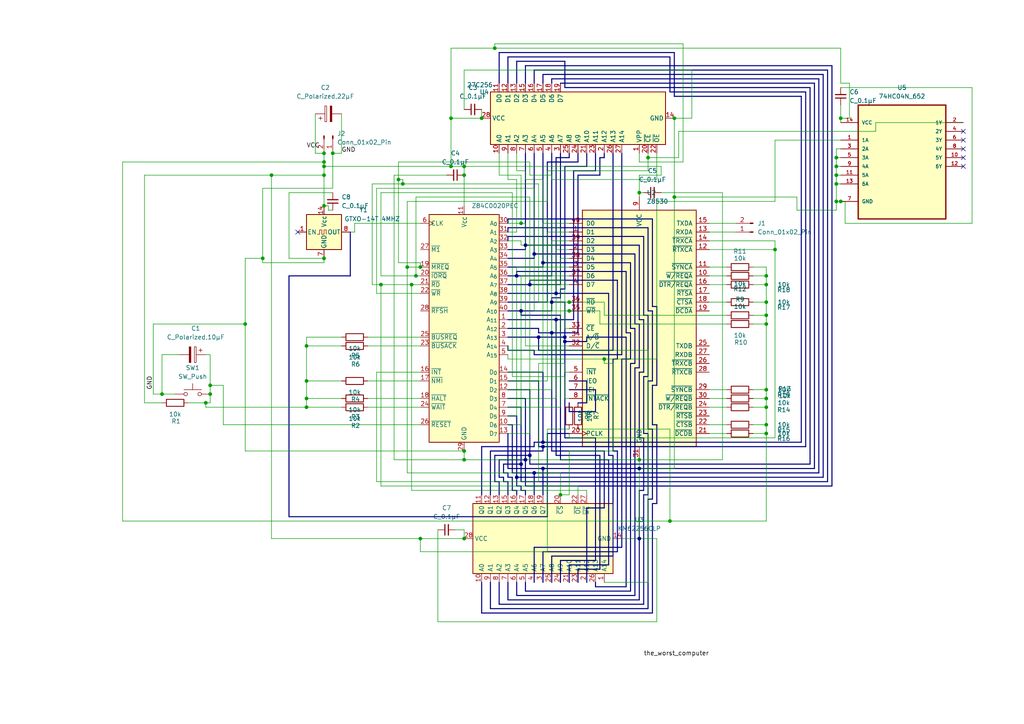
<source format=kicad_sch>
(kicad_sch (version 20250114) (generator "eeschema") (generator_version "9.0")
  (paper "A4")
  (lib_symbols
    (symbol "74HC04N_652:74HC04N_652" (pin_names (offset 1.016))
      (property "Reference" "U" (at -5.3687 15.2155 0))
      (property "Value" "74HC04N_652" (at -4.4452 -24.7662 0))
      (symbol "74HC04N_652_0_0"
        (pin power_in line (at -17.78 7.62 0) (length 5.08) (name "VCC") (number "14"))
        (pin input line (at -17.78 2.54 0) (length 5.08) (name "1A") (number "1"))
        (pin input line (at -17.78 0 0) (length 5.08) (name "2A") (number "3"))
        (pin input line (at -17.78 -2.54 0) (length 5.08) (name "3A") (number "5"))
        (pin input line (at -17.78 -5.08 0) (length 5.08) (name "4A") (number "9"))
        (pin input line (at -17.78 -7.62 0) (length 5.08) (name "5A") (number "11"))
        (pin input line (at -17.78 -10.16 0) (length 5.08) (name "6A") (number "13"))
        (pin passive line (at -17.78 -15.24 0) (length 5.08) (name "GND") (number "7"))
        (pin output line (at 17.78 7.62 180) (length 5.08) (name "1Y") (number "2"))
        (pin output line (at 17.78 5.08 180) (length 5.08) (name "2Y") (number "4"))
        (pin output line (at 17.78 2.54 180) (length 5.08) (name "3Y") (number "6"))
        (pin output line (at 17.78 0 180) (length 5.08) (name "4Y") (number "8"))
        (pin output line (at 17.78 -2.54 180) (length 5.08) (name "5Y") (number "10"))
        (pin output line (at 17.78 -5.08 180) (length 5.08) (name "6Y") (number "12"))
      )
    )
    (symbol "CPU:Z84C00xxP"
      (property "Reference" "U" (at -9.652 34.798 0))
      (property "Value" "Z84C00xxP" (at 3.81 34.798 0))
      (symbol "Z84C00xxP_1_1"
        (pin input clock (at -12.7 30.48 0) (length 2.54) (name "CLK") (number "6"))
        (pin output line (at -12.7 22.86 0) (length 2.54) (name "~{M1}") (number "27"))
        (pin tri_state line (at -12.7 17.78 0) (length 2.54) (name "~{MREQ}") (number "19"))
        (pin tri_state line (at -12.7 15.24 0) (length 2.54) (name "~{IORQ}") (number "20"))
        (pin tri_state line (at -12.7 12.7 0) (length 2.54) (name "~{RD}") (number "21"))
        (pin tri_state line (at -12.7 10.16 0) (length 2.54) (name "~{WR}") (number "22"))
        (pin output line (at -12.7 5.08 0) (length 2.54) (name "~{RFSH}") (number "28"))
        (pin input line (at -12.7 -2.54 0) (length 2.54) (name "~{BUSREQ}") (number "25"))
        (pin output line (at -12.7 -5.08 0) (length 2.54) (name "~{BUSACK}") (number "23"))
        (pin input line (at -12.7 -12.7 0) (length 2.54) (name "~{INT}") (number "16"))
        (pin input line (at -12.7 -15.24 0) (length 2.54) (name "~{NMI}") (number "17"))
        (pin output line (at -12.7 -20.32 0) (length 2.54) (name "~{HALT}") (number "18"))
        (pin input line (at -12.7 -22.86 0) (length 2.54) (name "~{WAIT}") (number "24"))
        (pin input line (at -12.7 -27.94 0) (length 2.54) (name "~{RESET}") (number "26"))
        (pin power_in line (at 0 35.56 270) (length 2.54) (name "V_{CC}") (number "11"))
        (pin power_in line (at 0 -35.56 90) (length 2.54) (name "GND") (number "29"))
        (pin tri_state line (at 12.7 30.48 180) (length 2.54) (name "A_{0}") (number "30"))
        (pin tri_state line (at 12.7 27.94 180) (length 2.54) (name "A_{1}") (number "31"))
        (pin tri_state line (at 12.7 25.4 180) (length 2.54) (name "A_{2}") (number "32"))
        (pin tri_state line (at 12.7 22.86 180) (length 2.54) (name "A_{3}") (number "33"))
        (pin tri_state line (at 12.7 20.32 180) (length 2.54) (name "A_{4}") (number "34"))
        (pin tri_state line (at 12.7 17.78 180) (length 2.54) (name "A_{5}") (number "35"))
        (pin tri_state line (at 12.7 15.24 180) (length 2.54) (name "A_{6}") (number "36"))
        (pin tri_state line (at 12.7 12.7 180) (length 2.54) (name "A_{7}") (number "37"))
        (pin tri_state line (at 12.7 10.16 180) (length 2.54) (name "A_{8}") (number "38"))
        (pin tri_state line (at 12.7 7.62 180) (length 2.54) (name "A_{9}") (number "39"))
        (pin tri_state line (at 12.7 5.08 180) (length 2.54) (name "A_{10}") (number "40"))
        (pin tri_state line (at 12.7 2.54 180) (length 2.54) (name "A_{11}") (number "1"))
        (pin tri_state line (at 12.7 0 180) (length 2.54) (name "A_{12}") (number "2"))
        (pin tri_state line (at 12.7 -2.54 180) (length 2.54) (name "A_{13}") (number "3"))
        (pin tri_state line (at 12.7 -5.08 180) (length 2.54) (name "A_{14}") (number "4"))
        (pin tri_state line (at 12.7 -7.62 180) (length 2.54) (name "A_{15}") (number "5"))
        (pin bidirectional line (at 12.7 -12.7 180) (length 2.54) (name "D_{0}") (number "14"))
        (pin bidirectional line (at 12.7 -15.24 180) (length 2.54) (name "D_{1}") (number "15"))
        (pin bidirectional line (at 12.7 -17.78 180) (length 2.54) (name "D_{2}") (number "12"))
        (pin bidirectional line (at 12.7 -20.32 180) (length 2.54) (name "D_{3}") (number "8"))
        (pin bidirectional line (at 12.7 -22.86 180) (length 2.54) (name "D_{4}") (number "7"))
        (pin bidirectional line (at 12.7 -25.4 180) (length 2.54) (name "D_{5}") (number "9"))
        (pin bidirectional line (at 12.7 -27.94 180) (length 2.54) (name "D_{6}") (number "10"))
        (pin bidirectional line (at 12.7 -30.48 180) (length 2.54) (name "D_{7}") (number "13"))
      )
    )
    (symbol "Connector:Conn_01x02_Pin" (pin_names (offset 1.016) (hide yes))
      (property "Reference" "J" (at 0 2.54 0))
      (property "Value" "Conn_01x02_Pin" (at 0 -5.08 0))
      (symbol "Conn_01x02_Pin_1_1"
        (pin passive line (at 5.08 0 180) (length 3.81) (name "Pin_1") (number "1"))
        (pin passive line (at 5.08 -2.54 180) (length 3.81) (name "Pin_2") (number "2"))
      )
    )
    (symbol "Device:C_Polarized" (pin_numbers (hide yes)) (pin_names (offset 0.254))
      (property "Reference" "C" (at 0.635 2.54 0))
      (property "Value" "C_Polarized" (at 0.635 -2.54 0))
      (symbol "C_Polarized_1_1"
        (pin passive line (at 0 3.81 270) (length 2.794) (name "~") (number "1"))
        (pin passive line (at 0 -3.81 90) (length 2.794) (name "~") (number "2"))
      )
    )
    (symbol "Device:C_Small" (pin_numbers (hide yes)) (pin_names (offset 0.254) (hide yes))
      (property "Reference" "C" (at 0.254 1.778 0))
      (property "Value" "C_Small" (at 0.254 -2.032 0))
      (symbol "C_Small_1_1"
        (pin passive line (at 0 2.54 270) (length 2.032) (name "~") (number "1"))
        (pin passive line (at 0 -2.54 90) (length 2.032) (name "~") (number "2"))
      )
    )
    (symbol "Device:R" (pin_numbers (hide yes)) (pin_names (offset 0))
      (property "Reference" "R" (at 2.032 0 90))
      (property "Value" "R" (at 0 0 90))
      (symbol "R_1_1"
        (pin passive line (at 0 3.81 270) (length 1.27) (name "~") (number "1"))
        (pin passive line (at 0 -3.81 90) (length 1.27) (name "~") (number "2"))
      )
    )
    (symbol "Interface_UART:Z8530" (pin_names (offset 1.016))
      (property "Reference" "U" (at -16.51 35.56 0))
      (property "Value" "Z8530" (at 10.16 35.56 0))
      (symbol "Z8530_1_1"
        (pin input line (at -20.32 30.48 0) (length 3.81) (name "D0") (number "40"))
        (pin input line (at -20.32 27.94 0) (length 3.81) (name "D1") (number "1"))
        (pin input line (at -20.32 25.4 0) (length 3.81) (name "D2") (number "39"))
        (pin input line (at -20.32 22.86 0) (length 3.81) (name "D3") (number "2"))
        (pin input line (at -20.32 20.32 0) (length 3.81) (name "D4") (number "38"))
        (pin input line (at -20.32 17.78 0) (length 3.81) (name "D5") (number "3"))
        (pin input line (at -20.32 15.24 0) (length 3.81) (name "D6") (number "37"))
        (pin input line (at -20.32 12.7 0) (length 3.81) (name "D7") (number "4"))
        (pin input line (at -20.32 7.62 0) (length 3.81) (name "~{RD}") (number "36"))
        (pin input line (at -20.32 5.08 0) (length 3.81) (name "~{WR}") (number "35"))
        (pin input line (at -20.32 0 0) (length 3.81) (name "~{CE}") (number "33"))
        (pin input line (at -20.32 -2.54 0) (length 3.81) (name "A/~{B}") (number "34"))
        (pin input line (at -20.32 -5.08 0) (length 3.81) (name "D/~{C}") (number "32"))
        (pin open_collector line (at -20.32 -12.7 0) (length 3.81) (name "~{INT}") (number "5"))
        (pin output line (at -20.32 -15.24 0) (length 3.81) (name "IEO") (number "6"))
        (pin input line (at -20.32 -17.78 0) (length 3.81) (name "IEI") (number "7"))
        (pin input line (at -20.32 -20.32 0) (length 3.81) (name "~{INTACK}") (number "8"))
        (pin input clock (at -20.32 -30.48 0) (length 3.81) (name "PCLK") (number "20"))
        (pin power_in line (at 0 38.1 270) (length 3.81) (name "VCC") (number "9"))
        (pin power_in line (at 0 -38.1 90) (length 3.81) (name "GND") (number "31"))
        (pin output line (at 20.32 30.48 180) (length 3.81) (name "TXDA") (number "15"))
        (pin input line (at 20.32 27.94 180) (length 3.81) (name "RXDA") (number "13"))
        (pin bidirectional line (at 20.32 25.4 180) (length 3.81) (name "~{TRXCA}") (number "14"))
        (pin input line (at 20.32 22.86 180) (length 3.81) (name "~{RTXCA}") (number "12"))
        (pin bidirectional line (at 20.32 17.78 180) (length 3.81) (name "~{SYNCA}") (number "11"))
        (pin output line (at 20.32 15.24 180) (length 3.81) (name "~{W/REQA}") (number "10"))
        (pin output line (at 20.32 12.7 180) (length 3.81) (name "~{DTR/REQA}") (number "16"))
        (pin output line (at 20.32 10.16 180) (length 3.81) (name "~{RTSA}") (number "17"))
        (pin input line (at 20.32 7.62 180) (length 3.81) (name "~{CTSA}") (number "18"))
        (pin input line (at 20.32 5.08 180) (length 3.81) (name "~{DCDA}") (number "19"))
        (pin output line (at 20.32 -5.08 180) (length 3.81) (name "TXDB") (number "25"))
        (pin input line (at 20.32 -7.62 180) (length 3.81) (name "RXDB") (number "27"))
        (pin bidirectional line (at 20.32 -10.16 180) (length 3.81) (name "~{TRXCB}") (number "26"))
        (pin input line (at 20.32 -12.7 180) (length 3.81) (name "~{RTXCB}") (number "28"))
        (pin bidirectional line (at 20.32 -17.78 180) (length 3.81) (name "~{SYNCB}") (number "29"))
        (pin output line (at 20.32 -20.32 180) (length 3.81) (name "~{W/REQB}") (number "30"))
        (pin output line (at 20.32 -22.86 180) (length 3.81) (name "~{DTR/REQB}") (number "24"))
        (pin output line (at 20.32 -25.4 180) (length 3.81) (name "~{RTSB}") (number "23"))
        (pin input line (at 20.32 -27.94 180) (length 3.81) (name "~{CTSB}") (number "22"))
        (pin input line (at 20.32 -30.48 180) (length 3.81) (name "~{DCDB}") (number "21"))
      )
    )
    (symbol "Memory_EPROM:27C256"
      (property "Reference" "U" (at -7.62 26.67 0))
      (property "Value" "27C256" (at 2.54 -26.67 0))
      (symbol "27C256_1_1"
        (pin input line (at -10.16 22.86 0) (length 2.54) (name "A0") (number "10"))
        (pin input line (at -10.16 20.32 0) (length 2.54) (name "A1") (number "9"))
        (pin input line (at -10.16 17.78 0) (length 2.54) (name "A2") (number "8"))
        (pin input line (at -10.16 15.24 0) (length 2.54) (name "A3") (number "7"))
        (pin input line (at -10.16 12.7 0) (length 2.54) (name "A4") (number "6"))
        (pin input line (at -10.16 10.16 0) (length 2.54) (name "A5") (number "5"))
        (pin input line (at -10.16 7.62 0) (length 2.54) (name "A6") (number "4"))
        (pin input line (at -10.16 5.08 0) (length 2.54) (name "A7") (number "3"))
        (pin input line (at -10.16 2.54 0) (length 2.54) (name "A8") (number "25"))
        (pin input line (at -10.16 0 0) (length 2.54) (name "A9") (number "24"))
        (pin input line (at -10.16 -2.54 0) (length 2.54) (name "A10") (number "21"))
        (pin input line (at -10.16 -5.08 0) (length 2.54) (name "A11") (number "23"))
        (pin input line (at -10.16 -7.62 0) (length 2.54) (name "A12") (number "2"))
        (pin input line (at -10.16 -10.16 0) (length 2.54) (name "A13") (number "26"))
        (pin input line (at -10.16 -12.7 0) (length 2.54) (name "A14") (number "27"))
        (pin input line (at -10.16 -17.78 0) (length 2.54) (name "VPP") (number "1"))
        (pin input line (at -10.16 -20.32 0) (length 2.54) (name "~{CE}") (number "20"))
        (pin input line (at -10.16 -22.86 0) (length 2.54) (name "~{OE}") (number "22"))
        (pin power_in line (at 0 27.94 270) (length 2.54) (name "VCC") (number "28"))
        (pin power_in line (at 0 -27.94 90) (length 2.54) (name "GND") (number "14"))
        (pin tri_state line (at 10.16 22.86 180) (length 2.54) (name "D0") (number "11"))
        (pin tri_state line (at 10.16 20.32 180) (length 2.54) (name "D1") (number "12"))
        (pin tri_state line (at 10.16 17.78 180) (length 2.54) (name "D2") (number "13"))
        (pin tri_state line (at 10.16 15.24 180) (length 2.54) (name "D3") (number "15"))
        (pin tri_state line (at 10.16 12.7 180) (length 2.54) (name "D4") (number "16"))
        (pin tri_state line (at 10.16 10.16 180) (length 2.54) (name "D5") (number "17"))
        (pin tri_state line (at 10.16 7.62 180) (length 2.54) (name "D6") (number "18"))
        (pin tri_state line (at 10.16 5.08 180) (length 2.54) (name "D7") (number "19"))
      )
    )
    (symbol "Memory_RAM:KM62256CLP"
      (property "Reference" "U" (at -10.16 20.955 0))
      (property "Value" "KM62256CLP" (at 2.54 20.955 0))
      (symbol "KM62256CLP_0_0"
        (pin power_in line (at 0 22.86 270) (length 2.54) (name "VCC") (number "28"))
        (pin power_in line (at 0 -22.86 90) (length 2.54) (name "GND") (number "14"))
      )
      (symbol "KM62256CLP_1_1"
        (pin input line (at -12.7 17.78 0) (length 2.54) (name "A0") (number "10"))
        (pin input line (at -12.7 15.24 0) (length 2.54) (name "A1") (number "9"))
        (pin input line (at -12.7 12.7 0) (length 2.54) (name "A2") (number "8"))
        (pin input line (at -12.7 10.16 0) (length 2.54) (name "A3") (number "7"))
        (pin input line (at -12.7 7.62 0) (length 2.54) (name "A4") (number "6"))
        (pin input line (at -12.7 5.08 0) (length 2.54) (name "A5") (number "5"))
        (pin input line (at -12.7 2.54 0) (length 2.54) (name "A6") (number "4"))
        (pin input line (at -12.7 0 0) (length 2.54) (name "A7") (number "3"))
        (pin input line (at -12.7 -2.54 0) (length 2.54) (name "A8") (number "25"))
        (pin input line (at -12.7 -5.08 0) (length 2.54) (name "A9") (number "24"))
        (pin input line (at -12.7 -7.62 0) (length 2.54) (name "A10") (number "21"))
        (pin input line (at -12.7 -10.16 0) (length 2.54) (name "A11") (number "23"))
        (pin input line (at -12.7 -12.7 0) (length 2.54) (name "A12") (number "2"))
        (pin input line (at -12.7 -15.24 0) (length 2.54) (name "A13") (number "26"))
        (pin input line (at -12.7 -17.78 0) (length 2.54) (name "A14") (number "1"))
        (pin tri_state line (at 12.7 17.78 180) (length 2.54) (name "Q0") (number "11"))
        (pin tri_state line (at 12.7 15.24 180) (length 2.54) (name "Q1") (number "12"))
        (pin tri_state line (at 12.7 12.7 180) (length 2.54) (name "Q2") (number "13"))
        (pin tri_state line (at 12.7 10.16 180) (length 2.54) (name "Q3") (number "15"))
        (pin tri_state line (at 12.7 7.62 180) (length 2.54) (name "Q4") (number "16"))
        (pin tri_state line (at 12.7 5.08 180) (length 2.54) (name "Q5") (number "17"))
        (pin tri_state line (at 12.7 2.54 180) (length 2.54) (name "Q6") (number "18"))
        (pin tri_state line (at 12.7 0 180) (length 2.54) (name "Q7") (number "19"))
        (pin input line (at 12.7 -5.08 180) (length 2.54) (name "~{CS}") (number "20"))
        (pin input line (at 12.7 -10.16 180) (length 2.54) (name "~{OE}") (number "22"))
        (pin input line (at 12.7 -12.7 180) (length 2.54) (name "~{WE}") (number "27"))
      )
    )
    (symbol "Oscillator:GTXO-14T" (pin_names (offset 0.254))
      (property "Reference" "Y" (at -5.08 6.35 0))
      (property "Value" "GTXO-14T" (at 1.27 -6.35 0))
      (symbol "GTXO-14T_1_1"
        (pin input line (at -7.62 0 0) (length 2.54) (name "EN") (number "1"))
        (pin power_in line (at 0 7.62 270) (length 2.54) (name "Vcc") (number "14"))
        (pin power_in line (at 0 -7.62 90) (length 2.54) (name "GND") (number "7"))
        (pin output line (at 7.62 0 180) (length 2.54) (name "OUT") (number "8"))
      )
    )
    (symbol "Switch:SW_Push" (pin_numbers (hide yes)) (pin_names (offset 1.016) (hide yes))
      (property "Reference" "SW" (at 1.27 2.54 0))
      (property "Value" "SW_Push" (at 0 -1.524 0))
      (symbol "SW_Push_0_1"
        (pin passive line (at -5.08 0 0) (length 2.54) (name "1") (number "1"))
        (pin passive line (at 5.08 0 180) (length 2.54) (name "2") (number "2"))
      )
    )
  )
  (junction (at 194.31 151.13))
  (junction (at 96.52 44.45))
  (junction (at 243.84 58.42))
  (junction (at 115.57 52.07))
  (junction (at 242.57 53.34))
  (junction (at 153.67 132.08))
  (junction (at 93.98 44.45))
  (junction (at 163.83 99.06))
  (junction (at 152.4 71.12))
  (junction (at 242.57 50.8))
  (junction (at 151.13 64.77))
  (junction (at 116.84 53.34))
  (junction (at 93.98 74.93))
  (junction (at 88.9 115.57))
  (junction (at 154.94 137.16))
  (junction (at 76.2 74.93))
  (junction (at 134.62 130.81))
  (junction (at 156.21 97.79))
  (junction (at 222.25 123.19))
  (junction (at 134.62 133.35))
  (junction (at 222.25 113.03))
  (junction (at 222.25 93.98))
  (junction (at 157.48 76.2))
  (junction (at 195.58 34.29))
  (junction (at 151.13 90.17))
  (junction (at 120.65 80.01))
  (junction (at 121.92 156.21))
  (junction (at 143.51 13.97))
  (junction (at 149.86 138.43))
  (junction (at 110.49 82.55))
  (junction (at 157.48 135.89))
  (junction (at 243.84 34.29))
  (junction (at 222.25 118.11))
  (junction (at 162.56 143.51))
  (junction (at 222.25 125.73))
  (junction (at 222.25 87.63))
  (junction (at 185.42 55.88))
  (junction (at 151.13 134.62))
  (junction (at 157.48 128.27))
  (junction (at 59.69 116.84))
  (junction (at 160.02 96.52))
  (junction (at 222.25 91.44))
  (junction (at 60.96 114.3))
  (junction (at 93.98 46.99))
  (junction (at 88.9 100.33))
  (junction (at 187.96 45.72))
  (junction (at 139.7 34.29))
  (junction (at 134.62 156.21))
  (junction (at 222.25 80.01))
  (junction (at 46.99 114.3))
  (junction (at 134.62 50.8))
  (junction (at 119.38 82.55))
  (junction (at 93.98 50.8))
  (junction (at 71.12 93.98))
  (junction (at 134.62 48.26))
  (junction (at 130.81 48.26))
  (junction (at 88.9 110.49))
  (junction (at 224.79 72.39))
  (junction (at 153.67 82.55))
  (junction (at 165.1 90.17))
  (junction (at 195.58 57.15))
  (junction (at 161.29 92.71))
  (junction (at 242.57 58.42))
  (junction (at 185.42 156.21))
  (junction (at 222.25 82.55))
  (junction (at 165.1 87.63))
  (junction (at 93.98 48.26))
  (junction (at 222.25 115.57))
  (junction (at 88.9 118.11))
  (junction (at 242.57 48.26))
  (junction (at 121.92 77.47))
  (junction (at 157.48 129.54))
  (junction (at 154.94 73.66))
  (junction (at 161.29 85.09))
  (junction (at 163.83 97.79))
  (junction (at 242.57 45.72))
  (junction (at 130.81 34.29))
  (junction (at 152.4 133.35))
  (junction (at 78.74 50.8))
  (junction (at 149.86 80.01))
  (junction (at 175.26 104.14))
  (junction (at 118.11 77.47))
  (junction (at 60.96 111.76))
  (junction (at 160.02 87.63))
  (junction (at 185.42 135.89))
  (junction (at 93.98 59.69))
  (junction (at 185.42 133.35))
  (no_connect (at 279.4 40.64))
  (no_connect (at 279.4 38.1))
  (no_connect (at 279.4 48.26))
  (no_connect (at 86.36 67.31))
  (no_connect (at 279.4 45.72))
  (no_connect (at 279.4 43.18))
  (bus (pts (xy 160.02 44.45) (xy 160.02 80.01)))
  (bus (pts (xy 142.24 143.51) (xy 142.24 130.81)))
  (wire (pts (xy 121.92 156.21) (xy 134.62 156.21)))
  (wire (pts (xy 242.57 43.18) (xy 243.84 43.18)))
  (wire (pts (xy 91.44 44.45) (xy 93.98 44.45)))
  (wire (pts (xy 96.52 44.45) (xy 96.52 54.61)))
  (wire (pts (xy 205.74 115.57) (xy 210.82 115.57)))
  (bus (pts (xy 232.41 128.27) (xy 157.48 128.27)))
  (bus (pts (xy 154.94 137.16) (xy 154.94 143.51)))
  (wire (pts (xy 205.74 123.19) (xy 210.82 123.19)))
  (wire (pts (xy 187.96 168.91) (xy 187.96 101.6)))
  (bus (pts (xy 163.83 87.63) (xy 163.83 97.79)))
  (bus (pts (xy 144.78 168.91) (xy 144.78 175.26)))
  (bus (pts (xy 177.8 130.81) (xy 177.8 104.14)))
  (bus (pts (xy 152.4 171.45) (xy 182.88 171.45)))
  (wire (pts (xy 162.56 71.12) (xy 152.4 71.12)))
  (wire (pts (xy 64.77 123.19) (xy 64.77 111.76)))
  (bus (pts (xy 139.7 143.51) (xy 139.7 129.54)))
  (bus (pts (xy 154.94 73.66) (xy 154.94 74.93)))
  (bus (pts (xy 189.23 90.17) (xy 187.96 90.17)))
  (wire (pts (xy 149.86 77.47) (xy 149.86 80.01)))
  (wire (pts (xy 209.55 133.35) (xy 185.42 133.35)))
  (bus (pts (xy 238.76 21.59) (xy 238.76 138.43)))
  (wire (pts (xy 218.44 123.19) (xy 222.25 123.19)))
  (wire (pts (xy 102.87 67.31) (xy 102.87 64.77)))
  (wire (pts (xy 93.98 44.45) (xy 93.98 46.99)))
  (wire (pts (xy 147.32 52.07) (xy 149.86 52.07)))
  (wire (pts (xy 165.1 130.81) (xy 177.8 130.81)))
  (bus (pts (xy 186.69 107.95) (xy 186.69 92.71)))
  (wire (pts (xy 222.25 113.03) (xy 222.25 115.57)))
  (bus (pts (xy 186.69 175.26) (xy 186.69 143.51)))
  (wire (pts (xy 144.78 50.8) (xy 151.13 50.8)))
  (bus (pts (xy 144.78 175.26) (xy 186.69 175.26)))
  (bus (pts (xy 165.1 44.45) (xy 165.1 45.72)))
  (wire (pts (xy 78.74 156.21) (xy 121.92 156.21)))
  (wire (pts (xy 41.91 116.84) (xy 41.91 50.8)))
  (bus (pts (xy 163.83 25.4) (xy 234.95 25.4)))
  (bus (pts (xy 144.78 139.7) (xy 143.51 139.7)))
  (bus (pts (xy 156.21 97.79) (xy 163.83 97.79)))
  (bus (pts (xy 149.86 168.91) (xy 149.86 172.72)))
  (wire (pts (xy 222.25 115.57) (xy 222.25 118.11)))
  (bus (pts (xy 184.15 105.41) (xy 184.15 95.25)))
  (wire (pts (xy 185.42 44.45) (xy 185.42 46.99)))
  (wire (pts (xy 205.74 82.55) (xy 210.82 82.55)))
  (wire (pts (xy 222.25 77.47) (xy 222.25 80.01)))
  (wire (pts (xy 156.21 105.41) (xy 156.21 139.7)))
  (bus (pts (xy 147.32 137.16) (xy 146.05 137.16)))
  (wire (pts (xy 134.62 153.67) (xy 134.62 156.21)))
  (bus (pts (xy 147.32 168.91) (xy 147.32 173.99)))
  (wire (pts (xy 196.85 38.1) (xy 196.85 45.72)))
  (wire (pts (xy 165.1 100.33) (xy 152.4 100.33)))
  (wire (pts (xy 158.75 160.02) (xy 121.92 160.02)))
  (wire (pts (xy 210.82 93.98) (xy 173.99 93.98)))
  (wire (pts (xy 144.78 44.45) (xy 144.78 50.8)))
  (bus (pts (xy 189.23 146.05) (xy 190.5 146.05)))
  (wire (pts (xy 170.18 143.51) (xy 170.18 142.24)))
  (wire (pts (xy 35.56 151.13) (xy 194.31 151.13)))
  (wire (pts (xy 161.29 92.71) (xy 161.29 115.57)))
  (bus (pts (xy 185.42 156.21) (xy 185.42 173.99)))
  (bus (pts (xy 181.61 97.79) (xy 181.61 170.18)))
  (wire (pts (xy 222.25 125.73) (xy 222.25 151.13)))
  (wire (pts (xy 177.8 105.41) (xy 175.26 105.41)))
  (bus (pts (xy 144.78 138.43) (xy 144.78 133.35)))
  (wire (pts (xy 152.4 71.12) (xy 152.4 64.77)))
  (bus (pts (xy 172.72 113.03) (xy 172.72 119.38)))
  (bus (pts (xy 157.48 130.81) (xy 157.48 129.54)))
  (bus (pts (xy 149.86 80.01) (xy 160.02 80.01)))
  (bus (pts (xy 158.75 149.86) (xy 83.82 149.86)))
  (wire (pts (xy 254 35.56) (xy 254 38.1)))
  (wire (pts (xy 165.1 77.47) (xy 149.86 77.47)))
  (bus (pts (xy 177.8 132.08) (xy 176.53 132.08)))
  (bus (pts (xy 139.7 129.54) (xy 154.94 129.54)))
  (bus (pts (xy 176.53 163.83) (xy 176.53 133.35)))
  (wire (pts (xy 187.96 101.6) (xy 147.32 101.6)))
  (bus (pts (xy 170.18 168.91) (xy 170.18 147.32)))
  (wire (pts (xy 187.96 44.45) (xy 187.96 45.72)))
  (bus (pts (xy 163.83 99.06) (xy 163.83 127)))
  (wire (pts (xy 243.84 30.48) (xy 243.84 34.29)))
  (wire (pts (xy 46.99 114.3) (xy 50.8 114.3)))
  (bus (pts (xy 186.69 143.51) (xy 187.96 143.51)))
  (wire (pts (xy 134.62 20.32) (xy 200.66 20.32)))
  (wire (pts (xy 195.58 57.15) (xy 231.14 57.15)))
  (wire (pts (xy 106.68 97.79) (xy 121.92 97.79)))
  (wire (pts (xy 162.56 143.51) (xy 165.1 143.51)))
  (wire (pts (xy 127 153.67) (xy 127 180.34)))
  (bus (pts (xy 161.29 45.72) (xy 161.29 85.09)))
  (bus (pts (xy 154.94 101.6) (xy 147.32 101.6)))
  (bus (pts (xy 144.78 15.24) (xy 195.58 15.24)))
  (wire (pts (xy 191.77 50.8) (xy 185.42 50.8)))
  (wire (pts (xy 110.49 82.55) (xy 119.38 82.55)))
  (wire (pts (xy 59.69 102.87) (xy 60.96 102.87)))
  (bus (pts (xy 184.15 95.25) (xy 182.88 95.25)))
  (bus (pts (xy 172.72 119.38) (xy 165.1 119.38)))
  (wire (pts (xy 165.1 72.39) (xy 161.29 72.39)))
  (bus (pts (xy 142.24 168.91) (xy 142.24 176.53)))
  (wire (pts (xy 218.44 77.47) (xy 222.25 77.47)))
  (bus (pts (xy 151.13 91.44) (xy 151.13 90.17)))
  (wire (pts (xy 194.31 151.13) (xy 194.31 124.46)))
  (wire (pts (xy 242.57 58.42) (xy 242.57 60.96)))
  (wire (pts (xy 149.86 67.31) (xy 147.32 67.31)))
  (bus (pts (xy 152.4 71.12) (xy 185.42 71.12)))
  (wire (pts (xy 88.9 97.79) (xy 88.9 100.33)))
  (wire (pts (xy 134.62 50.8) (xy 134.62 59.69)))
  (wire (pts (xy 242.57 53.34) (xy 242.57 50.8)))
  (wire (pts (xy 118.11 58.42) (xy 118.11 77.47)))
  (wire (pts (xy 224.79 58.42) (xy 224.79 40.64)))
  (wire (pts (xy 209.55 55.88) (xy 209.55 133.35)))
  (wire (pts (xy 190.5 58.42) (xy 190.5 104.14)))
  (wire (pts (xy 200.66 20.32) (xy 200.66 34.29)))
  (wire (pts (xy 52.07 102.87) (xy 46.99 102.87)))
  (wire (pts (xy 76.2 76.2) (xy 93.98 76.2)))
  (bus (pts (xy 152.4 24.13) (xy 152.4 19.05)))
  (bus (pts (xy 147.32 24.13) (xy 147.32 16.51)))
  (wire (pts (xy 110.49 80.01) (xy 110.49 55.88)))
  (wire (pts (xy 160.02 69.85) (xy 160.02 87.63)))
  (bus (pts (xy 177.8 44.45) (xy 177.8 101.6)))
  (wire (pts (xy 121.92 77.47) (xy 118.11 77.47)))
  (bus (pts (xy 190.5 123.19) (xy 189.23 123.19)))
  (bus (pts (xy 186.69 92.71) (xy 185.42 92.71)))
  (wire (pts (xy 93.98 46.99) (xy 93.98 48.26)))
  (bus (pts (xy 149.86 140.97) (xy 149.86 138.43)))
  (wire (pts (xy 281.94 64.77) (xy 245.11 64.77)))
  (bus (pts (xy 143.51 132.08) (xy 153.67 132.08)))
  (wire (pts (xy 243.84 13.97) (xy 243.84 24.13)))
  (wire (pts (xy 170.18 142.24) (xy 119.38 142.24)))
  (bus (pts (xy 179.07 81.28) (xy 153.67 81.28)))
  (bus (pts (xy 160.02 168.91) (xy 160.02 161.29)))
  (bus (pts (xy 139.7 168.91) (xy 139.7 177.8)))
  (wire (pts (xy 165.1 64.77) (xy 157.48 64.77)))
  (wire (pts (xy 88.9 100.33) (xy 88.9 110.49)))
  (bus (pts (xy 152.4 44.45) (xy 152.4 71.12)))
  (wire (pts (xy 96.52 54.61) (xy 76.2 54.61)))
  (bus (pts (xy 160.02 87.63) (xy 160.02 90.17)))
  (bus (pts (xy 162.56 168.91) (xy 162.56 162.56)))
  (wire (pts (xy 158.75 58.42) (xy 118.11 58.42)))
  (bus (pts (xy 184.15 172.72) (xy 184.15 106.68)))
  (bus (pts (xy 149.86 17.78) (xy 163.83 17.78)))
  (wire (pts (xy 44.45 114.3) (xy 44.45 93.98)))
  (bus (pts (xy 182.88 96.52) (xy 181.61 96.52)))
  (wire (pts (xy 110.49 140.97) (xy 167.64 140.97)))
  (bus (pts (xy 147.32 82.55) (xy 153.67 82.55)))
  (wire (pts (xy 165.1 95.25) (xy 163.83 95.25)))
  (wire (pts (xy 114.3 50.8) (xy 129.54 50.8)))
  (bus (pts (xy 190.5 88.9) (xy 189.23 88.9)))
  (bus (pts (xy 187.96 109.22) (xy 187.96 91.44)))
  (bus (pts (xy 152.4 142.24) (xy 151.13 142.24)))
  (wire (pts (xy 78.74 156.21) (xy 78.74 50.8)))
  (wire (pts (xy 93.98 50.8) (xy 93.98 59.69)))
  (wire (pts (xy 119.38 82.55) (xy 121.92 82.55)))
  (bus (pts (xy 172.72 162.56) (xy 172.72 127)))
  (wire (pts (xy 88.9 118.11) (xy 59.69 118.11)))
  (bus (pts (xy 240.03 20.32) (xy 240.03 139.7)))
  (bus (pts (xy 173.99 165.1) (xy 173.99 132.08)))
  (bus (pts (xy 160.02 161.29) (xy 177.8 161.29)))
  (wire (pts (xy 242.57 48.26) (xy 243.84 48.26)))
  (wire (pts (xy 44.45 114.3) (xy 46.99 114.3)))
  (wire (pts (xy 121.92 76.2) (xy 121.92 77.47)))
  (bus (pts (xy 146.05 137.16) (xy 146.05 134.62)))
  (bus (pts (xy 151.13 134.62) (xy 151.13 118.11)))
  (bus (pts (xy 172.72 44.45) (xy 172.72 49.53)))
  (wire (pts (xy 71.12 130.81) (xy 71.12 93.98)))
  (bus (pts (xy 101.6 67.31) (xy 101.6 80.01)))
  (wire (pts (xy 218.44 118.11) (xy 222.25 118.11)))
  (bus (pts (xy 152.4 168.91) (xy 152.4 171.45)))
  (wire (pts (xy 153.67 46.99) (xy 115.57 46.99)))
  (bus (pts (xy 144.78 24.13) (xy 144.78 15.24)))
  (wire (pts (xy 151.13 50.8) (xy 151.13 64.77)))
  (bus (pts (xy 186.69 127) (xy 186.69 142.24)))
  (wire (pts (xy 161.29 85.09) (xy 161.29 92.71)))
  (bus (pts (xy 189.23 88.9) (xy 189.23 63.5)))
  (bus (pts (xy 147.32 87.63) (xy 158.75 87.63)))
  (wire (pts (xy 151.13 64.77) (xy 147.32 64.77)))
  (wire (pts (xy 134.62 48.26) (xy 134.62 50.8)))
  (bus (pts (xy 156.21 129.54) (xy 156.21 110.49)))
  (bus (pts (xy 167.64 165.1) (xy 173.99 165.1)))
  (bus (pts (xy 241.3 19.05) (xy 241.3 140.97)))
  (bus (pts (xy 185.42 142.24) (xy 185.42 156.21)))
  (wire (pts (xy 109.22 139.7) (xy 156.21 139.7)))
  (bus (pts (xy 160.02 22.86) (xy 237.49 22.86)))
  (wire (pts (xy 121.92 80.01) (xy 120.65 80.01)))
  (bus (pts (xy 83.82 149.86) (xy 83.82 80.01)))
  (wire (pts (xy 205.74 80.01) (xy 210.82 80.01)))
  (wire (pts (xy 162.56 118.11) (xy 147.32 118.11)))
  (wire (pts (xy 83.82 55.88) (xy 83.82 74.93)))
  (bus (pts (xy 147.32 90.17) (xy 151.13 90.17)))
  (bus (pts (xy 161.29 92.71) (xy 166.37 92.71)))
  (bus (pts (xy 238.76 138.43) (xy 149.86 138.43)))
  (wire (pts (xy 147.32 125.73) (xy 153.67 125.73)))
  (bus (pts (xy 157.48 44.45) (xy 157.48 76.2)))
  (bus (pts (xy 185.42 93.98) (xy 184.15 93.98)))
  (bus (pts (xy 237.49 137.16) (xy 154.94 137.16)))
  (wire (pts (xy 149.86 49.53) (xy 152.4 49.53)))
  (bus (pts (xy 162.56 133.35) (xy 162.56 91.44)))
  (wire (pts (xy 165.1 127) (xy 165.1 125.73)))
  (wire (pts (xy 102.87 64.77) (xy 121.92 64.77)))
  (bus (pts (xy 179.07 130.81) (xy 177.8 130.81)))
  (wire (pts (xy 96.52 55.88) (xy 83.82 55.88)))
  (bus (pts (xy 160.02 86.36) (xy 160.02 87.63)))
  (bus (pts (xy 163.83 48.26) (xy 163.83 83.82)))
  (wire (pts (xy 44.45 93.98) (xy 71.12 93.98)))
  (bus (pts (xy 187.96 66.04) (xy 147.32 66.04)))
  (bus (pts (xy 173.99 45.72) (xy 173.99 50.8)))
  (wire (pts (xy 190.5 180.34) (xy 190.5 156.21)))
  (bus (pts (xy 166.37 49.53) (xy 166.37 92.71)))
  (wire (pts (xy 60.96 116.84) (xy 60.96 114.3)))
  (wire (pts (xy 109.22 54.61) (xy 109.22 85.09)))
  (wire (pts (xy 95.25 59.69) (xy 95.25 60.96)))
  (wire (pts (xy 46.99 116.84) (xy 41.91 116.84)))
  (bus (pts (xy 189.23 111.76) (xy 190.5 111.76)))
  (wire (pts (xy 158.75 66.04) (xy 162.56 66.04)))
  (bus (pts (xy 180.34 102.87) (xy 154.94 102.87)))
  (wire (pts (xy 165.1 67.31) (xy 158.75 67.31)))
  (bus (pts (xy 163.83 83.82) (xy 162.56 83.82)))
  (wire (pts (xy 224.79 127) (xy 165.1 127)))
  (wire (pts (xy 163.83 105.41) (xy 156.21 105.41)))
  (wire (pts (xy 95.25 60.96) (xy 96.52 60.96)))
  (bus (pts (xy 154.94 128.27) (xy 157.48 128.27)))
  (wire (pts (xy 78.74 50.8) (xy 93.98 50.8)))
  (wire (pts (xy 160.02 96.52) (xy 160.02 113.03)))
  (bus (pts (xy 152.4 19.05) (xy 241.3 19.05)))
  (wire (pts (xy 99.06 97.79) (xy 88.9 97.79)))
  (wire (pts (xy 185.42 133.35) (xy 152.4 133.35)))
  (bus (pts (xy 165.1 125.73) (xy 158.75 125.73)))
  (wire (pts (xy 152.4 64.77) (xy 151.13 64.77)))
  (wire (pts (xy 162.56 74.93) (xy 162.56 118.11)))
  (bus (pts (xy 147.32 107.95) (xy 157.48 107.95)))
  (bus (pts (xy 148.59 137.16) (xy 148.59 123.19)))
  (wire (pts (xy 162.56 66.04) (xy 162.56 71.12)))
  (bus (pts (xy 233.68 129.54) (xy 157.48 129.54)))
  (wire (pts (xy 88.9 110.49) (xy 88.9 115.57)))
  (bus (pts (xy 158.75 125.73) (xy 158.75 149.86)))
  (wire (pts (xy 118.11 77.47) (xy 118.11 137.16)))
  (wire (pts (xy 163.83 81.28) (xy 153.67 81.28)))
  (wire (pts (xy 160.02 52.07) (xy 160.02 50.8)))
  (wire (pts (xy 130.81 13.97) (xy 143.51 13.97)))
  (bus (pts (xy 157.48 128.27) (xy 157.48 107.95)))
  (bus (pts (xy 151.13 142.24) (xy 151.13 140.97)))
  (wire (pts (xy 93.98 76.2) (xy 93.98 74.93)))
  (wire (pts (xy 242.57 50.8) (xy 243.84 50.8)))
  (bus (pts (xy 162.56 86.36) (xy 160.02 86.36)))
  (wire (pts (xy 242.57 45.72) (xy 243.84 45.72)))
  (wire (pts (xy 153.67 50.8) (xy 153.67 46.99)))
  (wire (pts (xy 120.65 57.15) (xy 120.65 80.01)))
  (wire (pts (xy 185.42 50.8) (xy 185.42 55.88)))
  (wire (pts (xy 118.11 137.16) (xy 154.94 137.16)))
  (bus (pts (xy 175.26 44.45) (xy 175.26 45.72)))
  (wire (pts (xy 187.96 49.53) (xy 158.75 49.53)))
  (wire (pts (xy 99.06 110.49) (xy 88.9 110.49)))
  (bus (pts (xy 144.78 143.51) (xy 144.78 139.7)))
  (wire (pts (xy 151.13 69.85) (xy 147.32 69.85)))
  (wire (pts (xy 218.44 91.44) (xy 222.25 91.44)))
  (bus (pts (xy 149.86 172.72) (xy 184.15 172.72)))
  (bus (pts (xy 179.07 104.14) (xy 179.07 81.28)))
  (wire (pts (xy 154.94 90.17) (xy 154.94 73.66)))
  (wire (pts (xy 218.44 125.73) (xy 222.25 125.73)))
  (bus (pts (xy 147.32 113.03) (xy 153.67 113.03)))
  (bus (pts (xy 182.88 95.25) (xy 182.88 76.2)))
  (wire (pts (xy 173.99 90.17) (xy 165.1 90.17)))
  (wire (pts (xy 151.13 123.19) (xy 147.32 123.19)))
  (bus (pts (xy 234.95 25.4) (xy 234.95 134.62)))
  (wire (pts (xy 139.7 31.75) (xy 139.7 34.29)))
  (bus (pts (xy 185.42 127) (xy 185.42 107.95)))
  (bus (pts (xy 147.32 125.73) (xy 147.32 135.89)))
  (bus (pts (xy 147.32 95.25) (xy 156.21 95.25)))
  (bus (pts (xy 170.18 99.06) (xy 163.83 99.06)))
  (bus (pts (xy 147.32 16.51) (xy 194.31 16.51)))
  (wire (pts (xy 224.79 40.64) (xy 243.84 40.64)))
  (bus (pts (xy 147.32 66.04) (xy 147.32 67.31)))
  (bus (pts (xy 156.21 101.6) (xy 156.21 97.79)))
  (bus (pts (xy 187.96 143.51) (xy 187.96 125.73)))
  (bus (pts (xy 149.86 24.13) (xy 149.86 17.78)))
  (wire (pts (xy 60.96 111.76) (xy 60.96 114.3)))
  (wire (pts (xy 106.68 115.57) (xy 121.92 115.57)))
  (wire (pts (xy 160.02 87.63) (xy 160.02 96.52)))
  (wire (pts (xy 245.11 64.77) (xy 245.11 58.42)))
  (wire (pts (xy 190.5 44.45) (xy 190.5 52.07)))
  (bus (pts (xy 161.29 85.09) (xy 176.53 85.09)))
  (wire (pts (xy 218.44 115.57) (xy 222.25 115.57)))
  (wire (pts (xy 218.44 82.55) (xy 222.25 82.55)))
  (wire (pts (xy 165.1 82.55) (xy 153.67 82.55)))
  (wire (pts (xy 185.42 46.99) (xy 198.12 46.99)))
  (bus (pts (xy 237.49 22.86) (xy 237.49 137.16)))
  (wire (pts (xy 224.79 72.39) (xy 224.79 127)))
  (bus (pts (xy 157.48 135.89) (xy 147.32 135.89)))
  (bus (pts (xy 177.8 101.6) (xy 156.21 101.6)))
  (wire (pts (xy 154.94 73.66) (xy 154.94 54.61)))
  (wire (pts (xy 107.95 82.55) (xy 110.49 82.55)))
  (bus (pts (xy 147.32 173.99) (xy 185.42 173.99)))
  (wire (pts (xy 91.44 33.02) (xy 91.44 44.45)))
  (bus (pts (xy 157.48 135.89) (xy 157.48 143.51)))
  (wire (pts (xy 99.06 33.02) (xy 99.06 44.45)))
  (wire (pts (xy 210.82 91.44) (xy 175.26 91.44)))
  (wire (pts (xy 106.68 118.11) (xy 121.92 118.11)))
  (wire (pts (xy 151.13 80.01) (xy 151.13 90.17)))
  (wire (pts (xy 187.96 45.72) (xy 187.96 49.53)))
  (wire (pts (xy 59.69 116.84) (xy 60.96 116.84)))
  (wire (pts (xy 115.57 76.2) (xy 121.92 76.2)))
  (bus (pts (xy 177.8 161.29) (xy 177.8 132.08)))
  (bus (pts (xy 187.96 91.44) (xy 186.69 91.44)))
  (bus (pts (xy 153.67 134.62) (xy 153.67 132.08)))
  (bus (pts (xy 189.23 144.78) (xy 189.23 124.46)))
  (wire (pts (xy 165.1 107.95) (xy 163.83 107.95)))
  (bus (pts (xy 151.13 139.7) (xy 151.13 134.62)))
  (bus (pts (xy 172.72 170.18) (xy 181.61 170.18)))
  (bus (pts (xy 147.32 123.19) (xy 148.59 123.19)))
  (wire (pts (xy 198.12 12.7) (xy 143.51 12.7)))
  (wire (pts (xy 152.4 133.35) (xy 134.62 133.35)))
  (wire (pts (xy 231.14 57.15) (xy 231.14 60.96)))
  (wire (pts (xy 109.22 139.7) (xy 109.22 107.95)))
  (bus (pts (xy 160.02 24.13) (xy 160.02 22.86)))
  (wire (pts (xy 243.84 25.4) (xy 281.94 25.4)))
  (wire (pts (xy 157.48 64.77) (xy 157.48 76.2)))
  (bus (pts (xy 234.95 134.62) (xy 153.67 134.62)))
  (wire (pts (xy 222.25 80.01) (xy 222.25 82.55)))
  (bus (pts (xy 232.41 27.94) (xy 232.41 128.27)))
  (wire (pts (xy 173.99 93.98) (xy 173.99 90.17)))
  (wire (pts (xy 246.38 34.29) (xy 243.84 34.29)))
  (bus (pts (xy 180.34 44.45) (xy 180.34 102.87)))
  (wire (pts (xy 243.84 24.13) (xy 246.38 24.13)))
  (bus (pts (xy 185.42 142.24) (xy 186.69 142.24)))
  (bus (pts (xy 147.32 138.43) (xy 147.32 137.16)))
  (bus (pts (xy 189.23 124.46) (xy 187.96 124.46)))
  (bus (pts (xy 142.24 130.81) (xy 157.48 130.81)))
  (bus (pts (xy 167.64 96.52) (xy 160.02 96.52)))
  (bus (pts (xy 182.88 171.45) (xy 182.88 105.41)))
  (bus (pts (xy 182.88 104.14) (xy 182.88 96.52)))
  (bus (pts (xy 162.56 91.44) (xy 151.13 91.44)))
  (wire (pts (xy 99.06 115.57) (xy 88.9 115.57)))
  (wire (pts (xy 205.74 125.73) (xy 210.82 125.73)))
  (bus (pts (xy 189.23 123.19) (xy 189.23 111.76)))
  (bus (pts (xy 154.94 44.45) (xy 154.94 73.66)))
  (wire (pts (xy 115.57 52.07) (xy 116.84 52.07)))
  (bus (pts (xy 152.4 133.35) (xy 152.4 115.57)))
  (bus (pts (xy 162.56 24.13) (xy 236.22 24.13)))
  (wire (pts (xy 148.59 55.88) (xy 148.59 109.22)))
  (bus (pts (xy 181.61 96.52) (xy 181.61 78.74)))
  (wire (pts (xy 160.02 87.63) (xy 156.21 87.63)))
  (wire (pts (xy 88.9 100.33) (xy 99.06 100.33)))
  (wire (pts (xy 279.4 35.56) (xy 254 35.56)))
  (bus (pts (xy 147.32 97.79) (xy 156.21 97.79)))
  (wire (pts (xy 110.49 82.55) (xy 110.49 140.97)))
  (wire (pts (xy 177.8 130.81) (xy 177.8 105.41)))
  (wire (pts (xy 158.75 110.49) (xy 147.32 110.49)))
  (bus (pts (xy 167.64 116.84) (xy 170.18 116.84)))
  (wire (pts (xy 160.02 50.8) (xy 153.67 50.8)))
  (bus (pts (xy 149.86 143.51) (xy 149.86 142.24)))
  (bus (pts (xy 185.42 135.89) (xy 157.48 135.89)))
  (wire (pts (xy 242.57 50.8) (xy 242.57 48.26)))
  (wire (pts (xy 152.4 100.33) (xy 152.4 71.12)))
  (bus (pts (xy 148.59 138.43) (xy 147.32 138.43)))
  (bus (pts (xy 189.23 63.5) (xy 147.32 63.5)))
  (bus (pts (xy 190.5 146.05) (xy 190.5 123.19)))
  (bus (pts (xy 165.1 163.83) (xy 176.53 163.83)))
  (wire (pts (xy 205.74 69.85) (xy 224.79 69.85)))
  (bus (pts (xy 162.56 162.56) (xy 172.72 162.56)))
  (bus (pts (xy 186.69 125.73) (xy 186.69 109.22)))
  (wire (pts (xy 93.98 46.99) (xy 35.56 46.99)))
  (bus (pts (xy 147.32 100.33) (xy 147.32 101.6)))
  (wire (pts (xy 246.38 24.13) (xy 246.38 34.29)))
  (bus (pts (xy 195.58 15.24) (xy 195.58 27.94)))
  (wire (pts (xy 191.77 48.26) (xy 191.77 50.8)))
  (bus (pts (xy 172.72 168.91) (xy 172.72 170.18)))
  (bus (pts (xy 163.83 97.79) (xy 163.83 99.06)))
  (wire (pts (xy 93.98 48.26) (xy 93.98 50.8)))
  (wire (pts (xy 130.81 48.26) (xy 134.62 48.26)))
  (wire (pts (xy 222.25 91.44) (xy 222.25 93.98)))
  (bus (pts (xy 181.61 78.74) (xy 149.86 78.74)))
  (wire (pts (xy 134.62 130.81) (xy 71.12 130.81)))
  (wire (pts (xy 163.83 109.22) (xy 148.59 109.22)))
  (wire (pts (xy 116.84 52.07) (xy 116.84 53.34)))
  (bus (pts (xy 154.94 24.13) (xy 154.94 20.32)))
  (bus (pts (xy 147.32 63.5) (xy 147.32 64.77)))
  (bus (pts (xy 153.67 82.55) (xy 162.56 82.55)))
  (wire (pts (xy 242.57 53.34) (xy 243.84 53.34)))
  (bus (pts (xy 195.58 27.94) (xy 232.41 27.94)))
  (wire (pts (xy 200.66 34.29) (xy 195.58 34.29)))
  (bus (pts (xy 186.69 68.58) (xy 147.32 68.58)))
  (bus (pts (xy 241.3 140.97) (xy 152.4 140.97)))
  (wire (pts (xy 156.21 53.34) (xy 116.84 53.34)))
  (bus (pts (xy 170.18 44.45) (xy 170.18 48.26)))
  (bus (pts (xy 157.48 168.91) (xy 157.48 160.02)))
  (wire (pts (xy 205.74 72.39) (xy 224.79 72.39)))
  (wire (pts (xy 153.67 82.55) (xy 153.67 125.73)))
  (bus (pts (xy 154.94 129.54) (xy 154.94 128.27)))
  (wire (pts (xy 222.25 82.55) (xy 222.25 87.63)))
  (wire (pts (xy 167.64 143.51) (xy 167.64 140.97)))
  (bus (pts (xy 154.94 102.87) (xy 154.94 101.6)))
  (bus (pts (xy 170.18 110.49) (xy 170.18 116.84)))
  (bus (pts (xy 147.32 68.58) (xy 147.32 69.85)))
  (wire (pts (xy 149.86 120.65) (xy 147.32 120.65)))
  (bus (pts (xy 157.48 160.02) (xy 179.07 160.02)))
  (bus (pts (xy 170.18 48.26) (xy 163.83 48.26)))
  (wire (pts (xy 165.1 87.63) (xy 160.02 87.63)))
  (bus (pts (xy 179.07 160.02) (xy 179.07 130.81)))
  (wire (pts (xy 106.68 110.49) (xy 121.92 110.49)))
  (wire (pts (xy 175.26 104.14) (xy 147.32 104.14)))
  (bus (pts (xy 173.99 50.8) (xy 167.64 50.8)))
  (bus (pts (xy 185.42 106.68) (xy 185.42 93.98)))
  (bus (pts (xy 240.03 139.7) (xy 151.13 139.7)))
  (wire (pts (xy 151.13 90.17) (xy 151.13 123.19)))
  (wire (pts (xy 222.25 118.11) (xy 222.25 123.19)))
  (wire (pts (xy 158.75 63.5) (xy 158.75 66.04)))
  (wire (pts (xy 231.14 60.96) (xy 242.57 60.96)))
  (bus (pts (xy 153.67 132.08) (xy 153.67 113.03)))
  (bus (pts (xy 186.69 91.44) (xy 186.69 68.58)))
  (wire (pts (xy 60.96 102.87) (xy 60.96 111.76)))
  (wire (pts (xy 195.58 57.15) (xy 195.58 135.89)))
  (bus (pts (xy 149.86 138.43) (xy 149.86 120.65)))
  (bus (pts (xy 146.05 138.43) (xy 144.78 138.43)))
  (wire (pts (xy 162.56 137.16) (xy 162.56 143.51)))
  (bus (pts (xy 184.15 93.98) (xy 184.15 73.66)))
  (bus (pts (xy 157.48 76.2) (xy 157.48 77.47)))
  (wire (pts (xy 147.32 44.45) (xy 147.32 52.07)))
  (wire (pts (xy 64.77 111.76) (xy 60.96 111.76)))
  (wire (pts (xy 218.44 80.01) (xy 222.25 80.01)))
  (bus (pts (xy 147.32 143.51) (xy 147.32 139.7)))
  (wire (pts (xy 147.32 101.6) (xy 147.32 100.33)))
  (wire (pts (xy 101.6 67.31) (xy 102.87 67.31)))
  (wire (pts (xy 245.11 58.42) (xy 243.84 58.42)))
  (wire (pts (xy 218.44 87.63) (xy 222.25 87.63)))
  (wire (pts (xy 185.42 57.15) (xy 185.42 55.88)))
  (bus (pts (xy 156.21 96.52) (xy 156.21 95.25)))
  (wire (pts (xy 153.67 57.15) (xy 120.65 57.15)))
  (bus (pts (xy 139.7 177.8) (xy 189.23 177.8)))
  (bus (pts (xy 162.56 83.82) (xy 162.56 86.36)))
  (bus (pts (xy 189.23 177.8) (xy 189.23 146.05)))
  (wire (pts (xy 76.2 54.61) (xy 76.2 74.93)))
  (bus (pts (xy 175.26 147.32) (xy 175.26 130.81)))
  (bus (pts (xy 163.83 17.78) (xy 163.83 25.4)))
  (wire (pts (xy 190.5 52.07) (xy 160.02 52.07)))
  (wire (pts (xy 194.31 124.46) (xy 167.64 124.46)))
  (bus (pts (xy 146.05 134.62) (xy 151.13 134.62)))
  (wire (pts (xy 196.85 45.72) (xy 187.96 45.72)))
  (wire (pts (xy 110.49 55.88) (xy 148.59 55.88)))
  (bus (pts (xy 153.67 81.28) (xy 153.67 82.55)))
  (wire (pts (xy 154.94 137.16) (xy 162.56 137.16)))
  (wire (pts (xy 254 38.1) (xy 196.85 38.1)))
  (wire (pts (xy 190.5 58.42) (xy 224.79 58.42)))
  (bus (pts (xy 176.53 132.08) (xy 176.53 85.09)))
  (wire (pts (xy 116.84 53.34) (xy 107.95 53.34)))
  (wire (pts (xy 205.74 64.77) (xy 213.36 64.77)))
  (wire (pts (xy 120.65 80.01) (xy 110.49 80.01)))
  (wire (pts (xy 121.92 160.02) (xy 121.92 156.21)))
  (bus (pts (xy 152.4 143.51) (xy 152.4 142.24)))
  (bus (pts (xy 173.99 132.08) (xy 161.29 132.08)))
  (wire (pts (xy 165.1 90.17) (xy 154.94 90.17)))
  (bus (pts (xy 154.94 20.32) (xy 240.03 20.32)))
  (wire (pts (xy 152.4 71.12) (xy 151.13 71.12)))
  (bus (pts (xy 160.02 96.52) (xy 160.02 130.81)))
  (bus (pts (xy 154.94 158.75) (xy 180.34 158.75)))
  (bus (pts (xy 182.88 76.2) (xy 157.48 76.2)))
  (wire (pts (xy 195.58 135.89) (xy 185.42 135.89)))
  (wire (pts (xy 243.84 34.29) (xy 243.84 35.56)))
  (wire (pts (xy 205.74 77.47) (xy 210.82 77.47)))
  (wire (pts (xy 115.57 46.99) (xy 115.57 52.07)))
  (bus (pts (xy 147.32 118.11) (xy 151.13 118.11)))
  (wire (pts (xy 71.12 93.98) (xy 71.12 74.93)))
  (wire (pts (xy 158.75 124.46) (xy 158.75 160.02)))
  (bus (pts (xy 165.1 45.72) (xy 161.29 45.72)))
  (wire (pts (xy 175.26 168.91) (xy 187.96 168.91)))
  (wire (pts (xy 83.82 74.93) (xy 93.98 74.93)))
  (wire (pts (xy 218.44 113.03) (xy 222.25 113.03)))
  (wire (pts (xy 242.57 58.42) (xy 242.57 53.34)))
  (wire (pts (xy 165.1 80.01) (xy 151.13 80.01)))
  (wire (pts (xy 165.1 69.85) (xy 160.02 69.85)))
  (bus (pts (xy 142.24 176.53) (xy 187.96 176.53)))
  (bus (pts (xy 194.31 26.67) (xy 233.68 26.67)))
  (wire (pts (xy 93.98 59.69) (xy 95.25 59.69)))
  (bus (pts (xy 233.68 26.67) (xy 233.68 129.54)))
  (wire (pts (xy 175.26 91.44) (xy 175.26 87.63)))
  (wire (pts (xy 190.5 104.14) (xy 175.26 104.14)))
  (wire (pts (xy 165.1 124.46) (xy 158.75 124.46)))
  (bus (pts (xy 83.82 80.01) (xy 101.6 80.01)))
  (bus (pts (xy 182.88 105.41) (xy 184.15 105.41)))
  (bus (pts (xy 158.75 46.99) (xy 158.75 87.63)))
  (wire (pts (xy 156.21 87.63) (xy 156.21 53.34)))
  (bus (pts (xy 176.53 133.35) (xy 162.56 133.35)))
  (bus (pts (xy 185.42 92.71) (xy 185.42 71.12)))
  (bus (pts (xy 147.32 120.65) (xy 149.86 120.65)))
  (wire (pts (xy 163.83 115.57) (xy 163.83 109.22)))
  (bus (pts (xy 170.18 97.79) (xy 170.18 99.06)))
  (wire (pts (xy 222.25 87.63) (xy 222.25 91.44)))
  (wire (pts (xy 119.38 82.55) (xy 119.38 142.24)))
  (wire (pts (xy 134.62 133.35) (xy 134.62 130.81)))
  (bus (pts (xy 180.34 104.14) (xy 182.88 104.14)))
  (wire (pts (xy 71.12 74.93) (xy 76.2 74.93)))
  (bus (pts (xy 187.96 125.73) (xy 186.69 125.73)))
  (bus (pts (xy 185.42 107.95) (xy 186.69 107.95)))
  (wire (pts (xy 160.02 113.03) (xy 147.32 113.03)))
  (bus (pts (xy 172.72 49.53) (xy 166.37 49.53)))
  (wire (pts (xy 130.81 34.29) (xy 130.81 48.26)))
  (wire (pts (xy 158.75 49.53) (xy 158.75 58.42)))
  (bus (pts (xy 189.23 110.49) (xy 189.23 90.17)))
  (wire (pts (xy 180.34 156.21) (xy 185.42 156.21)))
  (wire (pts (xy 175.26 105.41) (xy 175.26 104.14)))
  (bus (pts (xy 165.1 168.91) (xy 165.1 163.83)))
  (bus (pts (xy 149.86 78.74) (xy 149.86 80.01)))
  (wire (pts (xy 46.99 102.87) (xy 46.99 114.3)))
  (wire (pts (xy 242.57 58.42) (xy 243.84 58.42)))
  (wire (pts (xy 134.62 31.75) (xy 134.62 20.32)))
  (bus (pts (xy 184.15 73.66) (xy 154.94 73.66)))
  (bus (pts (xy 162.56 44.45) (xy 162.56 82.55)))
  (bus (pts (xy 160.02 96.52) (xy 156.21 96.52)))
  (wire (pts (xy 130.81 13.97) (xy 130.81 34.29)))
  (bus (pts (xy 180.34 104.14) (xy 180.34 158.75)))
  (wire (pts (xy 157.48 63.5) (xy 158.75 63.5)))
  (bus (pts (xy 147.32 85.09) (xy 161.29 85.09)))
  (bus (pts (xy 146.05 139.7) (xy 146.05 138.43)))
  (wire (pts (xy 242.57 48.26) (xy 242.57 45.72)))
  (bus (pts (xy 149.86 142.24) (xy 148.59 142.24)))
  (bus (pts (xy 151.13 140.97) (xy 149.86 140.97)))
  (bus (pts (xy 165.1 110.49) (xy 170.18 110.49)))
  (wire (pts (xy 41.91 50.8) (xy 78.74 50.8)))
  (wire (pts (xy 109.22 107.95) (xy 121.92 107.95)))
  (wire (pts (xy 165.1 143.51) (xy 165.1 130.81)))
  (bus (pts (xy 167.64 168.91) (xy 167.64 165.1)))
  (wire (pts (xy 121.92 123.19) (xy 64.77 123.19)))
  (wire (pts (xy 59.69 118.11) (xy 59.69 116.84)))
  (bus (pts (xy 187.96 144.78) (xy 189.23 144.78)))
  (bus (pts (xy 147.32 115.57) (xy 152.4 115.57)))
  (bus (pts (xy 147.32 72.39) (xy 152.4 72.39)))
  (wire (pts (xy 152.4 49.53) (xy 152.4 52.07)))
  (wire (pts (xy 185.42 55.88) (xy 186.69 55.88)))
  (wire (pts (xy 35.56 46.99) (xy 35.56 151.13)))
  (wire (pts (xy 281.94 25.4) (xy 281.94 64.77)))
  (bus (pts (xy 154.94 168.91) (xy 154.94 158.75)))
  (bus (pts (xy 151.13 90.17) (xy 160.02 90.17)))
  (wire (pts (xy 224.79 69.85) (xy 224.79 72.39)))
  (bus (pts (xy 187.96 110.49) (xy 189.23 110.49)))
  (wire (pts (xy 151.13 71.12) (xy 151.13 69.85)))
  (bus (pts (xy 152.4 140.97) (xy 152.4 133.35)))
  (wire (pts (xy 218.44 93.98) (xy 222.25 93.98)))
  (wire (pts (xy 132.08 153.67) (xy 134.62 153.67)))
  (wire (pts (xy 158.75 67.31) (xy 158.75 110.49)))
  (wire (pts (xy 222.25 123.19) (xy 222.25 125.73)))
  (bus (pts (xy 170.18 147.32) (xy 175.26 147.32)))
  (bus (pts (xy 144.78 133.35) (xy 152.4 133.35)))
  (bus (pts (xy 157.48 129.54) (xy 156.21 129.54)))
  (wire (pts (xy 107.95 53.34) (xy 107.95 82.55)))
  (bus (pts (xy 157.48 21.59) (xy 238.76 21.59)))
  (wire (pts (xy 175.26 87.63) (xy 165.1 87.63)))
  (wire (pts (xy 149.86 52.07) (xy 149.86 67.31)))
  (wire (pts (xy 205.74 113.03) (xy 210.82 113.03)))
  (bus (pts (xy 175.26 45.72) (xy 173.99 45.72)))
  (wire (pts (xy 143.51 12.7) (xy 143.51 13.97)))
  (bus (pts (xy 187.96 176.53) (xy 187.96 144.78)))
  (bus (pts (xy 190.5 111.76) (xy 190.5 88.9)))
  (bus (pts (xy 181.61 97.79) (xy 170.18 97.79)))
  (wire (pts (xy 76.2 74.93) (xy 76.2 76.2)))
  (wire (pts (xy 93.98 48.26) (xy 130.81 48.26)))
  (wire (pts (xy 99.06 44.45) (xy 96.52 44.45)))
  (wire (pts (xy 163.83 107.95) (xy 163.83 105.41)))
  (bus (pts (xy 236.22 135.89) (xy 185.42 135.89)))
  (bus (pts (xy 147.32 139.7) (xy 146.05 139.7)))
  (bus (pts (xy 165.1 116.84) (xy 165.1 119.38)))
  (bus (pts (xy 147.32 110.49) (xy 156.21 110.49)))
  (wire (pts (xy 54.61 116.84) (xy 59.69 116.84)))
  (wire (pts (xy 114.3 50.8) (xy 114.3 133.35)))
  (wire (pts (xy 114.3 133.35) (xy 134.62 133.35)))
  (wire (pts (xy 88.9 115.57) (xy 88.9 118.11)))
  (wire (pts (xy 157.48 76.2) (xy 157.48 107.95)))
  (bus (pts (xy 184.15 106.68) (xy 185.42 106.68)))
  (wire (pts (xy 185.42 156.21) (xy 185.42 135.89)))
  (bus (pts (xy 147.32 92.71) (xy 161.29 92.71)))
  (wire (pts (xy 152.4 52.07) (xy 157.48 52.07)))
  (wire (pts (xy 163.83 95.25) (xy 163.83 81.28)))
  (bus (pts (xy 186.69 127) (xy 185.42 127)))
  (wire (pts (xy 222.25 93.98) (xy 222.25 113.03)))
  (wire (pts (xy 153.67 57.15) (xy 153.67 81.28)))
  (wire (pts (xy 205.74 118.11) (xy 210.82 118.11)))
  (wire (pts (xy 222.25 151.13) (xy 194.31 151.13)))
  (bus (pts (xy 167.64 50.8) (xy 167.64 96.52)))
  (wire (pts (xy 185.42 156.21) (xy 190.5 156.21)))
  (wire (pts (xy 154.94 54.61) (xy 109.22 54.61)))
  (wire (pts (xy 147.32 104.14) (xy 147.32 102.87)))
  (bus (pts (xy 175.26 130.81) (xy 160.02 130.81)))
  (wire (pts (xy 205.74 67.31) (xy 213.36 67.31)))
  (wire (pts (xy 106.68 100.33) (xy 121.92 100.33)))
  (wire (pts (xy 161.29 115.57) (xy 147.32 115.57)))
  (wire (pts (xy 134.62 48.26) (xy 191.77 48.26)))
  (wire (pts (xy 161.29 72.39) (xy 161.29 85.09)))
  (wire (pts (xy 99.06 118.11) (xy 88.9 118.11)))
  (wire (pts (xy 185.42 135.89) (xy 185.42 133.35)))
  (bus (pts (xy 154.94 137.16) (xy 148.59 137.16)))
  (bus (pts (xy 165.1 113.03) (xy 172.72 113.03)))
  (bus (pts (xy 167.64 46.99) (xy 158.75 46.99)))
  (bus (pts (xy 147.32 77.47) (xy 157.48 77.47)))
  (wire (pts (xy 115.57 52.07) (xy 115.57 76.2)))
  (wire (pts (xy 157.48 107.95) (xy 147.32 107.95)))
  (wire (pts (xy 157.48 52.07) (xy 157.48 63.5)))
  (wire (pts (xy 149.86 80.01) (xy 149.86 120.65)))
  (bus (pts (xy 143.51 139.7) (xy 143.51 132.08)))
  (wire (pts (xy 149.86 44.45) (xy 149.86 49.53)))
  (bus (pts (xy 194.31 16.51) (xy 194.31 26.67)))
  (wire (pts (xy 191.77 55.88) (xy 209.55 55.88)))
  (bus (pts (xy 187.96 124.46) (xy 187.96 110.49)))
  (wire (pts (xy 195.58 34.29) (xy 195.58 57.15)))
  (bus (pts (xy 177.8 104.14) (xy 179.07 104.14)))
  (wire (pts (xy 242.57 45.72) (xy 242.57 43.18)))
  (bus (pts (xy 157.48 24.13) (xy 157.48 21.59)))
  (bus (pts (xy 161.29 132.08) (xy 161.29 92.71)))
  (bus (pts (xy 147.32 80.01) (xy 149.86 80.01)))
  (bus (pts (xy 163.83 87.63) (xy 160.02 87.63)))
  (bus (pts (xy 147.32 74.93) (xy 154.94 74.93)))
  (wire (pts (xy 127 180.34) (xy 190.5 180.34)))
  (bus (pts (xy 167.64 44.45) (xy 167.64 46.99)))
  (wire (pts (xy 165.1 74.93) (xy 162.56 74.93)))
  (wire (pts (xy 130.81 34.29) (xy 139.7 34.29)))
  (wire (pts (xy 243.84 13.97) (xy 143.51 13.97)))
  (bus (pts (xy 172.72 127) (xy 163.83 127)))
  (wire (pts (xy 165.1 115.57) (xy 163.83 115.57)))
  (bus (pts (xy 236.22 24.13) (xy 236.22 135.89)))
  (bus (pts (xy 152.4 71.12) (xy 152.4 72.39)))
  (bus (pts (xy 186.69 109.22) (xy 187.96 109.22)))
  (wire (pts (xy 109.22 85.09) (xy 121.92 85.09)))
  (wire (pts (xy 205.74 87.63) (xy 210.82 87.63)))
  (bus (pts (xy 187.96 90.17) (xy 187.96 66.04)))
  (bus (pts (xy 148.59 142.24) (xy 148.59 138.43)))
  (wire (pts (xy 198.12 46.99) (xy 198.12 12.7)))
  (label "GND" (at 44.45 113.03 90))
  (label "VCC" (at 88.9 43.18 0))
  (label "GND" (at 99.06 44.45 0))
  (label "the_worst_computer" (at 186.69 190.5 0))
  (symbol (lib_id "Device:R") (at 214.63 87.63 90) (unit 1)
    (property "Reference" "R17" (at 227.33 89.154 90))
    (property "Value" "10k" (at 227.33 87.63 90))
    (property "Footprint" "Resistor_THT:R_Axial_DIN0207_L6.3mm_D2.5mm_P7.62mm_Horizontal" (effects (hide yes)))
    (property "Description" "Resistor" (effects (hide yes)))
  )
  (symbol (lib_id "Device:R") (at 214.63 93.98 90) (unit 1)
    (property "Reference" "R10" (at 214.884 99.314 90))
    (property "Value" "10k" (at 214.63 97.282 90))
    (property "Footprint" "Resistor_THT:R_Axial_DIN0207_L6.3mm_D2.5mm_P7.62mm_Horizontal" (effects (hide yes)))
    (property "Description" "Resistor" (effects (hide yes)))
  )
  (symbol (lib_id "Device:R") (at 102.87 118.11 90) (unit 1)
    (property "Reference" "R2" (at 103.124 123.444 90))
    (property "Value" "10k" (at 102.87 121.412 90))
    (property "Footprint" "Resistor_THT:R_Axial_DIN0207_L6.3mm_D2.5mm_P7.62mm_Horizontal" (effects (hide yes)))
    (property "Description" "Resistor" (effects (hide yes)))
  )
  (symbol (lib_id "Device:R") (at 214.63 125.73 90) (unit 1)
    (property "Reference" "R16" (at 227.33 127.254 90))
    (property "Value" "10k" (at 227.33 125.73 90))
    (property "Footprint" "Resistor_THT:R_Axial_DIN0207_L6.3mm_D2.5mm_P7.62mm_Horizontal" (effects (hide yes)))
    (property "Description" "Resistor" (effects (hide yes)))
  )
  (symbol (lib_id "Device:R") (at 214.63 77.47 90) (unit 1)
    (property "Reference" "R11" (at 214.63 72.898 90))
    (property "Value" "10k" (at 214.63 74.93 90))
    (property "Footprint" "Resistor_THT:R_Axial_DIN0207_L6.3mm_D2.5mm_P7.62mm_Horizontal" (effects (hide yes)))
    (property "Description" "Resistor" (effects (hide yes)))
  )
  (symbol (lib_id "Device:R") (at 167.64 120.65 180) (unit 1)
    (property "Reference" "R7" (at 172.974 120.396 90))
    (property "Value" "10k" (at 170.942 120.65 90))
    (property "Footprint" "Resistor_THT:R_Axial_DIN0207_L6.3mm_D2.5mm_P7.62mm_Horizontal" (effects (hide yes)))
    (property "Description" "Resistor" (effects (hide yes)))
  )
  (symbol (lib_id "Device:R") (at 102.87 110.49 90) (unit 1)
    (property "Reference" "R4" (at 103.124 115.824 90))
    (property "Value" "10k" (at 102.87 113.792 90))
    (property "Footprint" "Resistor_THT:R_Axial_DIN0207_L6.3mm_D2.5mm_P7.62mm_Horizontal" (effects (hide yes)))
    (property "Description" "Resistor" (effects (hide yes)))
  )
  (symbol (lib_id "Device:C_Polarized") (at 55.88 102.87 270) (unit 1)
    (property "Reference" "C1" (at 56.769 95.25 90))
    (property "Value" "C_Polarized,10µF" (at 56.769 97.79 90))
    (property "Footprint" "Capacitor_THT:CP_Radial_D5.0mm_P2.50mm" (effects (hide yes)))
    (property "Description" "Polarized capacitor" (effects (hide yes)))
  )
  (symbol (lib_id "Memory_RAM:KM62256CLP") (at 157.48 156.21 90) (unit 1)
    (property "Reference" "U3" (at 185.42 150.7646 90))
    (property "Value" "KM62256CLP" (at 185.42 153.3046 90))
    (property "Footprint" "Package_DIP:DIP-28_W15.24mm" (effects (hide yes)))
    (property "Datasheet" "https://www.futurlec.com/Datasheet/Memory/62256.pdf" (effects (hide yes)))
    (property "Description" "32Kx8 bit Low Power CMOS Static RAM, 55/70ns, DIP-28" (effects (hide yes)))
  )
  (symbol (lib_id "Device:R") (at 50.8 116.84 90) (unit 1)
    (property "Reference" "R1" (at 51.054 122.174 90))
    (property "Value" "10k" (at 50.8 120.142 90))
    (property "Footprint" "Resistor_THT:R_Axial_DIN0207_L6.3mm_D2.5mm_P7.62mm_Horizontal" (effects (hide yes)))
    (property "Description" "Resistor" (effects (hide yes)))
  )
  (symbol (lib_id "Oscillator:GTXO-14T") (at 93.98 67.31 0) (unit 1)
    (property "Reference" "Y1" (at 105.41 60.8898 0))
    (property "Value" "GTXO-14T 4MHZ" (at 107.95 63.5 0))
    (property "Footprint" "Oscillator:Oscillator_DIP-14" (effects (hide yes)))
    (property "Datasheet" "http://www.golledge.com/pdf/products/tcxos/gtxo14.pdf" (effects (hide yes)))
    (property "Description" "Crystal Clock Oscillator, DIP14-style metal package" (effects (hide yes)))
  )
  (symbol (lib_id "Device:R") (at 214.63 91.44 90) (unit 1)
    (property "Reference" "R9" (at 214.63 86.868 90))
    (property "Value" "10k" (at 214.63 88.9 90))
    (property "Footprint" "Resistor_THT:R_Axial_DIN0207_L6.3mm_D2.5mm_P7.62mm_Horizontal" (effects (hide yes)))
    (property "Description" "Resistor" (effects (hide yes)))
  )
  (symbol (lib_id "Connector:Conn_01x02_Pin") (at 96.52 39.37 270) (unit 1)
    (property "Reference" "J2" (at 97.79 38.7349 90) (effects (justify left)))
    (property "Value" "Conn_01x02_Pin" (at 97.79 41.2749 90) (effects (justify left)))
    (property "Footprint" "Connector_PinSocket_2.54mm:PinSocket_1x02_P2.54mm_Vertical" (effects (hide yes)))
    (property "Description" "Generic connector, single row, 01x02, script generated" (effects (hide yes)))
  )
  (symbol (lib_id "Device:R") (at 214.63 113.03 90) (unit 1)
    (property "Reference" "R19" (at 227.33 114.554 90))
    (property "Value" "10k" (at 227.33 113.03 90))
    (property "Footprint" "Resistor_THT:R_Axial_DIN0207_L6.3mm_D2.5mm_P7.62mm_Horizontal" (effects (hide yes)))
    (property "Description" "Resistor" (effects (hide yes)))
  )
  (symbol (lib_id "Device:C_Small") (at 189.23 55.88 90) (unit 1)
    (property "Reference" "C5" (at 189.2363 49.53 90))
    (property "Value" "C_0.1µF" (at 189.2363 52.07 90))
    (property "Footprint" "Capacitor_THT:C_Disc_D3.0mm_W2.0mm_P2.50mm" (effects (hide yes)))
    (property "Description" "Unpolarized capacitor, small symbol" (effects (hide yes)))
  )
  (symbol (lib_id "Device:R") (at 214.63 80.01 90) (unit 1)
    (property "Reference" "R12" (at 214.63 83.82 90))
    (property "Value" "10k" (at 214.63 82.296 90))
    (property "Footprint" "Resistor_THT:R_Axial_DIN0207_L6.3mm_D2.5mm_P7.62mm_Horizontal" (effects (hide yes)))
    (property "Description" "Resistor" (effects (hide yes)))
  )
  (symbol (lib_id "Memory_EPROM:27C256") (at 167.64 34.29 90) (unit 1)
    (property "Reference" "U4" (at 140.462 26.67 90))
    (property "Value" "27C256" (at 139.192 24.638 90))
    (property "Footprint" "Package_DIP:DIP-28_W15.24mm" (effects (hide yes)))
    (property "Datasheet" "http://ww1.microchip.com/downloads/en/DeviceDoc/doc0014.pdf" (effects (hide yes)))
    (property "Description" "OTP EPROM 256 KiBit" (effects (hide yes)))
  )
  (symbol (lib_id "Device:R") (at 214.63 118.11 90) (unit 1)
    (property "Reference" "R14" (at 227.33 118.872 90))
    (property "Value" "10k" (at 227.33 116.84 90))
    (property "Footprint" "Resistor_THT:R_Axial_DIN0207_L6.3mm_D2.5mm_P7.62mm_Horizontal" (effects (hide yes)))
    (property "Description" "Resistor" (effects (hide yes)))
  )
  (symbol (lib_id "Device:R") (at 214.63 123.19 90) (unit 1)
    (property "Reference" "R15" (at 227.33 124.714 90))
    (property "Value" "10k" (at 227.33 123.19 90))
    (property "Footprint" "Resistor_THT:R_Axial_DIN0207_L6.3mm_D2.5mm_P7.62mm_Horizontal" (effects (hide yes)))
    (property "Description" "Resistor" (effects (hide yes)))
  )
  (symbol (lib_id "Device:R") (at 102.87 97.79 90) (unit 1)
    (property "Reference" "R5" (at 103.124 103.124 90))
    (property "Value" "10k" (at 102.87 101.092 90))
    (property "Footprint" "Resistor_THT:R_Axial_DIN0207_L6.3mm_D2.5mm_P7.62mm_Horizontal" (effects (hide yes)))
    (property "Description" "Resistor" (effects (hide yes)))
  )
  (symbol (lib_id "Device:C_Polarized") (at 95.25 33.02 90) (unit 1)
    (property "Reference" "C2" (at 94.361 25.4 90))
    (property "Value" "C_Polarized,22µF" (at 94.361 27.94 90))
    (property "Footprint" "Capacitor_THT:CP_Radial_D5.0mm_P2.50mm" (effects (hide yes)))
    (property "Description" "Polarized capacitor" (effects (hide yes)))
  )
  (symbol (lib_id "Device:C_Small") (at 96.52 58.42 180) (unit 1)
    (property "Reference" "C8" (at 99.06 57.1435 0) (effects (justify right)))
    (property "Value" "C_0.1µF" (at 99.06 59.6835 0) (effects (justify right)))
    (property "Footprint" "Capacitor_THT:C_Disc_D3.0mm_W2.0mm_P2.50mm" (effects (hide yes)))
    (property "Description" "Unpolarized capacitor, small symbol" (effects (hide yes)))
  )
  (symbol (lib_id "Device:C_Small") (at 132.08 50.8 270) (unit 1)
    (property "Reference" "C4" (at 132.0736 44.45 90))
    (property "Value" "C_0.1µF" (at 132.0736 46.99 90))
    (property "Footprint" "Capacitor_THT:C_Disc_D3.0mm_W2.0mm_P2.50mm" (effects (hide yes)))
    (property "Description" "Unpolarized capacitor, small symbol" (effects (hide yes)))
  )
  (symbol (lib_id "Device:C_Small") (at 129.54 153.67 90) (unit 1)
    (property "Reference" "C7" (at 129.5463 147.32 90))
    (property "Value" "C_0.1µF" (at 129.5463 149.86 90))
    (property "Footprint" "Capacitor_THT:C_Disc_D3.0mm_W2.0mm_P2.50mm" (effects (hide yes)))
    (property "Description" "Unpolarized capacitor, small symbol" (effects (hide yes)))
  )
  (symbol (lib_id "Device:C_Small") (at 243.84 27.94 180) (unit 1)
    (property "Reference" "C6" (at 246.38 26.6635 0) (effects (justify right)))
    (property "Value" "C_0.1µF" (at 246.38 29.2035 0) (effects (justify right)))
    (property "Footprint" "Capacitor_THT:C_Disc_D3.0mm_W2.0mm_P2.50mm" (effects (hide yes)))
    (property "Description" "Unpolarized capacitor, small symbol" (effects (hide yes)))
  )
  (symbol (lib_id "Device:R") (at 214.63 115.57 90) (unit 1)
    (property "Reference" "R13" (at 227.584 112.776 90))
    (property "Value" "10k" (at 227.584 114.808 90))
    (property "Footprint" "Resistor_THT:R_Axial_DIN0207_L6.3mm_D2.5mm_P7.62mm_Horizontal" (effects (hide yes)))
    (property "Description" "Resistor" (effects (hide yes)))
  )
  (symbol (lib_id "74HC04N_652:74HC04N_652") (at 261.62 43.18 0) (unit 1)
    (property "Reference" "U5" (at 261.62 25.4 0))
    (property "Value" "74HC04N_652" (at 261.62 27.94 0))
    (property "Footprint" "74HC04N_652 (1):DIP254P762X420-14" (effects (hide yes)))
    (property "MF" "NXP USA" (effects (hide yes)))
    (property "Description_1" "74HC Series 6 V Through Hole High-Speed Si-Gate CMOS Hex Inverter - DIP-14" (effects (hide yes)))
    (property "PACKAGE" "DIP-14" (effects (hide yes)))
    (property "MPN" "74HC04N,652" (effects (hide yes)))
    (property "Price" "None" (effects (hide yes)))
    (property "Package" "DIP-14 NXP Semiconductors" (effects (hide yes)))
    (property "OC_FARNELL" "1826775" (effects (hide yes)))
    (property "SnapEDA_Link" "https://www.snapeda.com/parts/74HC04N,652/NXP+Semiconductors/view-part/?ref=snap" (effects (hide yes)))
    (property "MP" "74HC04N,652" (effects (hide yes)))
    (property "SUPPLIER" "NXP" (effects (hide yes)))
    (property "OC_NEWARK" "71R1923" (effects (hide yes)))
    (property "Availability" "In Stock" (effects (hide yes)))
    (property "Check_prices" "https://www.snapeda.com/parts/74HC04N,652/NXP+Semiconductors/view-part/?ref=eda" (effects (hide yes)))
  )
  (symbol (lib_id "Device:C_Small") (at 137.16 31.75 90) (unit 1)
    (property "Reference" "C3" (at 137.1663 25.4 90))
    (property "Value" "C_0.1µF" (at 137.1663 27.94 90))
    (property "Footprint" "Capacitor_THT:C_Disc_D3.0mm_W2.0mm_P2.50mm" (effects (hide yes)))
    (property "Description" "Unpolarized capacitor, small symbol" (effects (hide yes)))
  )
  (symbol (lib_id "Device:R") (at 214.63 82.55 90) (unit 1)
    (property "Reference" "R18" (at 227.33 84.074 90))
    (property "Value" "10k" (at 227.33 82.55 90))
    (property "Footprint" "Resistor_THT:R_Axial_DIN0207_L6.3mm_D2.5mm_P7.62mm_Horizontal" (effects (hide yes)))
    (property "Description" "Resistor" (effects (hide yes)))
  )
  (symbol (lib_id "Device:R") (at 102.87 100.33 90) (unit 1)
    (property "Reference" "R6" (at 103.124 105.664 90))
    (property "Value" "10k" (at 102.87 103.632 90))
    (property "Footprint" "Resistor_THT:R_Axial_DIN0207_L6.3mm_D2.5mm_P7.62mm_Horizontal" (effects (hide yes)))
    (property "Description" "Resistor" (effects (hide yes)))
  )
  (symbol (lib_id "Interface_UART:Z8530") (at 185.42 95.25 0) (unit 1)
    (property "Reference" "U2" (at 187.5633 55.88 0) (effects (justify left)))
    (property "Value" "Z8530" (at 187.5633 58.42 0) (effects (justify left)))
    (property "Footprint" "Package_DIP:DIP-40_W15.24mm" (effects (hide yes)))
    (property "Description" "SCC Serial Communication Controller, DIP-40" (effects (hide yes)))
  )
  (symbol (lib_id "Connector:Conn_01x02_Pin") (at 218.44 67.31 180) (unit 1)
    (property "Reference" "J1" (at 219.71 64.7699 0) (effects (justify right)))
    (property "Value" "Conn_01x02_Pin" (at 219.71 67.3099 0) (effects (justify right)))
    (property "Footprint" "Connector_PinSocket_2.54mm:PinSocket_1x02_P2.54mm_Vertical" (effects (hide yes)))
    (property "Description" "Generic connector, single row, 01x02, script generated" (effects (hide yes)))
  )
  (symbol (lib_id "CPU:Z84C00xxP") (at 134.62 95.25 0) (unit 1)
    (property "Reference" "U1" (effects (hide yes)))
    (property "Value" "Z84C0020PEC" (at 136.7633 59.69 0) (effects (justify left)))
    (property "Footprint" "Package_DIP:DIP-40_W15.24mm" (effects (hide yes)))
    (property "Datasheet" "https://archive.org/details/zilog-z-8400" (effects (hide yes)))
    (property "Description" "8-bit General Purpose Microprocessor, 8-bit data bus, 16-bit address bus, up to 6.17 / 8 / 10 / 20 MHz, CMOS version, DIP-40 (600 mil)" (effects (hide yes)))
  )
  (symbol (lib_id "Switch:SW_Push") (at 55.88 114.3 0) (unit 1)
    (property "Reference" "SW1" (at 55.88 106.68 0))
    (property "Value" "SW_Push" (at 55.88 109.22 0))
    (property "Footprint" "Button_Switch_THT:SW_PUSH_6mm" (effects (hide yes)))
    (property "Description" "Push button switch, generic, two pins" (effects (hide yes)))
  )
  (symbol (lib_id "Device:R") (at 102.87 115.57 90) (unit 1)
    (property "Reference" "R3" (at 103.124 120.904 90))
    (property "Value" "10k" (at 102.87 118.872 90))
    (property "Footprint" "Resistor_THT:R_Axial_DIN0207_L6.3mm_D2.5mm_P7.62mm_Horizontal" (effects (hide yes)))
    (property "Description" "Resistor" (effects (hide yes)))
  )
  (symbol (lib_id "Device:R") (at 165.1 120.65 180) (unit 1)
    (property "Reference" "R8" (at 170.434 120.396 90))
    (property "Value" "10k" (at 168.402 120.65 90))
    (property "Footprint" "Resistor_THT:R_Axial_DIN0207_L6.3mm_D2.5mm_P7.62mm_Horizontal" (effects (hide yes)))
    (property "Description" "Resistor" (effects (hide yes)))
  )
)
</source>
